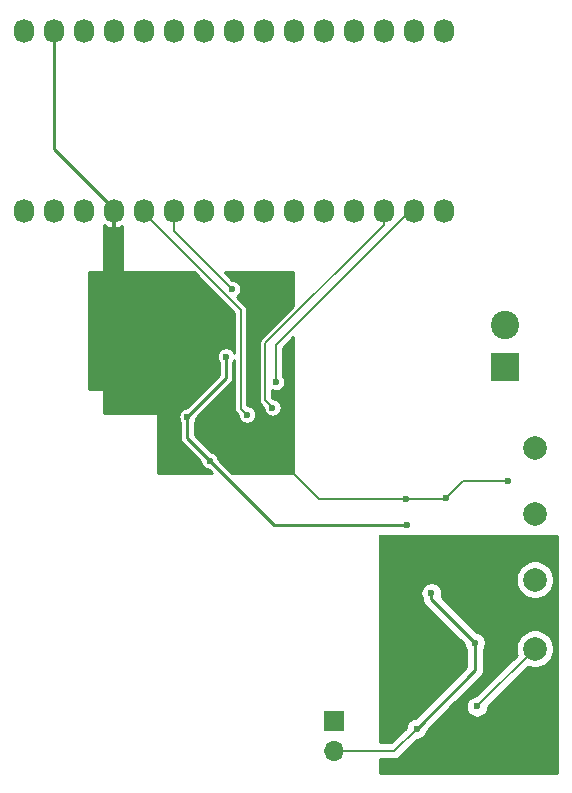
<source format=gbr>
G04 #@! TF.GenerationSoftware,KiCad,Pcbnew,(5.1.5-0-10_14)*
G04 #@! TF.CreationDate,2020-08-20T12:56:15-04:00*
G04 #@! TF.ProjectId,ESLO_PSP,45534c4f-5f50-4535-902e-6b696361645f,rev?*
G04 #@! TF.SameCoordinates,Original*
G04 #@! TF.FileFunction,Copper,L2,Bot*
G04 #@! TF.FilePolarity,Positive*
%FSLAX46Y46*%
G04 Gerber Fmt 4.6, Leading zero omitted, Abs format (unit mm)*
G04 Created by KiCad (PCBNEW (5.1.5-0-10_14)) date 2020-08-20 12:56:15*
%MOMM*%
%LPD*%
G04 APERTURE LIST*
%ADD10C,2.000000*%
%ADD11O,1.700000X1.700000*%
%ADD12R,1.700000X1.700000*%
%ADD13C,2.400000*%
%ADD14R,2.400000X2.400000*%
%ADD15O,1.727200X2.032000*%
%ADD16C,0.600000*%
%ADD17C,0.152400*%
%ADD18C,0.250000*%
%ADD19C,0.254000*%
G04 APERTURE END LIST*
D10*
X159512000Y-95504000D03*
X159512000Y-89662000D03*
X159512000Y-84074000D03*
X159512000Y-78486000D03*
D11*
X142494000Y-104140000D03*
D12*
X142494000Y-101600000D03*
D13*
X156972000Y-68128000D03*
D14*
X156972000Y-71628000D03*
D15*
X116247000Y-58454000D03*
X118787000Y-58454000D03*
X121327000Y-58454000D03*
X123867000Y-58454000D03*
X126407000Y-58454000D03*
X128947000Y-58454000D03*
X131487000Y-58454000D03*
X134027000Y-58454000D03*
X136567000Y-58454000D03*
X139107000Y-58454000D03*
X141647000Y-58454000D03*
X144187000Y-58454000D03*
X146727000Y-58454000D03*
X149267000Y-58454000D03*
X151807000Y-58454000D03*
X116247000Y-43214000D03*
X118787000Y-43214000D03*
X121327000Y-43214000D03*
X123867000Y-43214000D03*
X126407000Y-43214000D03*
X128947000Y-43214000D03*
X131487000Y-43214000D03*
X134027000Y-43214000D03*
X136567000Y-43214000D03*
X139107000Y-43214000D03*
X141647000Y-43214000D03*
X144187000Y-43214000D03*
X146727000Y-43214000D03*
X149267000Y-43214000D03*
X151807000Y-43214000D03*
D16*
X154620000Y-100396000D03*
X148590000Y-82804000D03*
X157226000Y-81280000D03*
X123444000Y-73152000D03*
X132486400Y-70662800D03*
X128778000Y-75641200D03*
X138430000Y-64262000D03*
X123444000Y-72136000D03*
X123444000Y-71120000D03*
X123444000Y-70104000D03*
X123444000Y-69088000D03*
X123444000Y-68072000D03*
X123444000Y-67056000D03*
X123444000Y-66040000D03*
X123444000Y-65024000D03*
X123444000Y-64008000D03*
X123444000Y-62992000D03*
X133883400Y-75869800D03*
X127000000Y-69596000D03*
X125476000Y-69596000D03*
X125476000Y-68072000D03*
X127000000Y-68072000D03*
X127000000Y-66548000D03*
X125476000Y-66548000D03*
X128524000Y-66548000D03*
X130048000Y-66548000D03*
X131572000Y-66548000D03*
X128016000Y-80264000D03*
X122047000Y-67437000D03*
X151976000Y-82738000D03*
X138684000Y-80264000D03*
X131419600Y-76657200D03*
X137299700Y-75082400D03*
X137617200Y-72936100D03*
X150749000Y-90805000D03*
X154432000Y-94996000D03*
X149504400Y-102260400D03*
X148685250Y-85058250D03*
X131978400Y-79578200D03*
X133350002Y-70764400D03*
X130098800Y-75844400D03*
X133883400Y-65036700D03*
X135128000Y-75679300D03*
X155448000Y-90932000D03*
X150876000Y-99568000D03*
X148336000Y-101092000D03*
X159258000Y-101600000D03*
X156362404Y-101650800D03*
X151993600Y-95910400D03*
X154432000Y-87020400D03*
X148640800Y-86410800D03*
X146558000Y-86106000D03*
D17*
X154620000Y-100396000D02*
X159512000Y-95504000D01*
D18*
X123867000Y-58301600D02*
X123867000Y-58454000D01*
X118787000Y-53221600D02*
X123867000Y-58301600D01*
X118787000Y-43214000D02*
X118787000Y-53221600D01*
D17*
X153434000Y-81280000D02*
X151976000Y-82738000D01*
X157226000Y-81280000D02*
X153434000Y-81280000D01*
X151910000Y-82804000D02*
X151976000Y-82738000D01*
X148590000Y-82804000D02*
X151910000Y-82804000D01*
X141224000Y-82804000D02*
X138684000Y-80264000D01*
X148590000Y-82804000D02*
X141224000Y-82804000D01*
X136702800Y-74485500D02*
X136999701Y-74782401D01*
X136702800Y-69646600D02*
X136702800Y-74485500D01*
X146727000Y-59622400D02*
X136702800Y-69646600D01*
X146727000Y-58454000D02*
X146727000Y-59622400D01*
X136999701Y-74782401D02*
X137299700Y-75082400D01*
X137617200Y-69799200D02*
X137617200Y-72936100D01*
X148962400Y-58454000D02*
X137617200Y-69799200D01*
X149267000Y-58454000D02*
X148962400Y-58454000D01*
D18*
X150749000Y-91313000D02*
X150749000Y-90805000D01*
X154432000Y-94996000D02*
X150749000Y-91313000D01*
X154432000Y-97332800D02*
X149504400Y-102260400D01*
X154432000Y-94996000D02*
X154432000Y-97332800D01*
D17*
X147624800Y-104140000D02*
X149504400Y-102260400D01*
X142494000Y-104140000D02*
X147624800Y-104140000D01*
D18*
X137458450Y-85058250D02*
X131978400Y-79578200D01*
X148685250Y-85058250D02*
X137458450Y-85058250D01*
X133350002Y-72593198D02*
X130398799Y-75544401D01*
X133350002Y-70764400D02*
X133350002Y-72593198D01*
X130098800Y-77698600D02*
X130098800Y-75844400D01*
X131978400Y-79578200D02*
X130098800Y-77698600D01*
X130398799Y-75544401D02*
X130098800Y-75844400D01*
D17*
X128947000Y-60100300D02*
X133883400Y-65036700D01*
X128947000Y-58454000D02*
X128947000Y-60100300D01*
X126407000Y-58606400D02*
X126407000Y-58454000D01*
X134620000Y-66819400D02*
X126407000Y-58606400D01*
X134620000Y-75171300D02*
X134620000Y-66819400D01*
X135128000Y-75679300D02*
X134620000Y-75171300D01*
D19*
G36*
X148593161Y-85993250D02*
G01*
X148777339Y-85993250D01*
X148848978Y-85979000D01*
X161367000Y-85979000D01*
X161367000Y-105995000D01*
X146431000Y-105995000D01*
X146431000Y-104851200D01*
X147589874Y-104851200D01*
X147624800Y-104854640D01*
X147659726Y-104851200D01*
X147659736Y-104851200D01*
X147764220Y-104840909D01*
X147898281Y-104800242D01*
X148021833Y-104734202D01*
X148130127Y-104645327D01*
X148152402Y-104618185D01*
X149575188Y-103195400D01*
X149596489Y-103195400D01*
X149777129Y-103159468D01*
X149947289Y-103088986D01*
X150100428Y-102986662D01*
X150230662Y-102856428D01*
X150332986Y-102703289D01*
X150403468Y-102533129D01*
X150427553Y-102412048D01*
X152535690Y-100303911D01*
X153685000Y-100303911D01*
X153685000Y-100488089D01*
X153720932Y-100668729D01*
X153791414Y-100838889D01*
X153893738Y-100992028D01*
X154023972Y-101122262D01*
X154177111Y-101224586D01*
X154347271Y-101295068D01*
X154527911Y-101331000D01*
X154712089Y-101331000D01*
X154892729Y-101295068D01*
X155062889Y-101224586D01*
X155216028Y-101122262D01*
X155346262Y-100992028D01*
X155448586Y-100838889D01*
X155519068Y-100668729D01*
X155555000Y-100488089D01*
X155555000Y-100466787D01*
X158971825Y-97049964D01*
X159035088Y-97076168D01*
X159350967Y-97139000D01*
X159673033Y-97139000D01*
X159988912Y-97076168D01*
X160286463Y-96952918D01*
X160554252Y-96773987D01*
X160781987Y-96546252D01*
X160960918Y-96278463D01*
X161084168Y-95980912D01*
X161147000Y-95665033D01*
X161147000Y-95342967D01*
X161084168Y-95027088D01*
X160960918Y-94729537D01*
X160781987Y-94461748D01*
X160554252Y-94234013D01*
X160286463Y-94055082D01*
X159988912Y-93931832D01*
X159673033Y-93869000D01*
X159350967Y-93869000D01*
X159035088Y-93931832D01*
X158737537Y-94055082D01*
X158469748Y-94234013D01*
X158242013Y-94461748D01*
X158063082Y-94729537D01*
X157939832Y-95027088D01*
X157877000Y-95342967D01*
X157877000Y-95665033D01*
X157939832Y-95980912D01*
X157966036Y-96044175D01*
X154549213Y-99461000D01*
X154527911Y-99461000D01*
X154347271Y-99496932D01*
X154177111Y-99567414D01*
X154023972Y-99669738D01*
X153893738Y-99799972D01*
X153791414Y-99953111D01*
X153720932Y-100123271D01*
X153685000Y-100303911D01*
X152535690Y-100303911D01*
X154943003Y-97896599D01*
X154972001Y-97872801D01*
X155066974Y-97757076D01*
X155137546Y-97625047D01*
X155181003Y-97481786D01*
X155192000Y-97370133D01*
X155192000Y-97370125D01*
X155195676Y-97332800D01*
X155192000Y-97295475D01*
X155192000Y-95541535D01*
X155260586Y-95438889D01*
X155331068Y-95268729D01*
X155367000Y-95088089D01*
X155367000Y-94903911D01*
X155331068Y-94723271D01*
X155260586Y-94553111D01*
X155158262Y-94399972D01*
X155028028Y-94269738D01*
X154874889Y-94167414D01*
X154704729Y-94096932D01*
X154583649Y-94072847D01*
X151630630Y-91119829D01*
X151648068Y-91077729D01*
X151684000Y-90897089D01*
X151684000Y-90712911D01*
X151648068Y-90532271D01*
X151577586Y-90362111D01*
X151475262Y-90208972D01*
X151345028Y-90078738D01*
X151191889Y-89976414D01*
X151021729Y-89905932D01*
X150841089Y-89870000D01*
X150656911Y-89870000D01*
X150476271Y-89905932D01*
X150306111Y-89976414D01*
X150152972Y-90078738D01*
X150022738Y-90208972D01*
X149920414Y-90362111D01*
X149849932Y-90532271D01*
X149814000Y-90712911D01*
X149814000Y-90897089D01*
X149849932Y-91077729D01*
X149920414Y-91247889D01*
X149989023Y-91350571D01*
X149999997Y-91461985D01*
X150021012Y-91531262D01*
X150043454Y-91605246D01*
X150114026Y-91737276D01*
X150116262Y-91740000D01*
X150208999Y-91853001D01*
X150238003Y-91876804D01*
X153508847Y-95147649D01*
X153532932Y-95268729D01*
X153603414Y-95438889D01*
X153672000Y-95541536D01*
X153672001Y-97017997D01*
X149352752Y-101337247D01*
X149231671Y-101361332D01*
X149061511Y-101431814D01*
X148908372Y-101534138D01*
X148778138Y-101664372D01*
X148675814Y-101817511D01*
X148605332Y-101987671D01*
X148569400Y-102168311D01*
X148569400Y-102189612D01*
X147330213Y-103428800D01*
X146431000Y-103428800D01*
X146431000Y-89500967D01*
X157877000Y-89500967D01*
X157877000Y-89823033D01*
X157939832Y-90138912D01*
X158063082Y-90436463D01*
X158242013Y-90704252D01*
X158469748Y-90931987D01*
X158737537Y-91110918D01*
X159035088Y-91234168D01*
X159350967Y-91297000D01*
X159673033Y-91297000D01*
X159988912Y-91234168D01*
X160286463Y-91110918D01*
X160554252Y-90931987D01*
X160781987Y-90704252D01*
X160960918Y-90436463D01*
X161084168Y-90138912D01*
X161147000Y-89823033D01*
X161147000Y-89500967D01*
X161084168Y-89185088D01*
X160960918Y-88887537D01*
X160781987Y-88619748D01*
X160554252Y-88392013D01*
X160286463Y-88213082D01*
X159988912Y-88089832D01*
X159673033Y-88027000D01*
X159350967Y-88027000D01*
X159035088Y-88089832D01*
X158737537Y-88213082D01*
X158469748Y-88392013D01*
X158242013Y-88619748D01*
X158063082Y-88887537D01*
X157939832Y-89185088D01*
X157877000Y-89500967D01*
X146431000Y-89500967D01*
X146431000Y-85979000D01*
X148521522Y-85979000D01*
X148593161Y-85993250D01*
G37*
X148593161Y-85993250D02*
X148777339Y-85993250D01*
X148848978Y-85979000D01*
X161367000Y-85979000D01*
X161367000Y-105995000D01*
X146431000Y-105995000D01*
X146431000Y-104851200D01*
X147589874Y-104851200D01*
X147624800Y-104854640D01*
X147659726Y-104851200D01*
X147659736Y-104851200D01*
X147764220Y-104840909D01*
X147898281Y-104800242D01*
X148021833Y-104734202D01*
X148130127Y-104645327D01*
X148152402Y-104618185D01*
X149575188Y-103195400D01*
X149596489Y-103195400D01*
X149777129Y-103159468D01*
X149947289Y-103088986D01*
X150100428Y-102986662D01*
X150230662Y-102856428D01*
X150332986Y-102703289D01*
X150403468Y-102533129D01*
X150427553Y-102412048D01*
X152535690Y-100303911D01*
X153685000Y-100303911D01*
X153685000Y-100488089D01*
X153720932Y-100668729D01*
X153791414Y-100838889D01*
X153893738Y-100992028D01*
X154023972Y-101122262D01*
X154177111Y-101224586D01*
X154347271Y-101295068D01*
X154527911Y-101331000D01*
X154712089Y-101331000D01*
X154892729Y-101295068D01*
X155062889Y-101224586D01*
X155216028Y-101122262D01*
X155346262Y-100992028D01*
X155448586Y-100838889D01*
X155519068Y-100668729D01*
X155555000Y-100488089D01*
X155555000Y-100466787D01*
X158971825Y-97049964D01*
X159035088Y-97076168D01*
X159350967Y-97139000D01*
X159673033Y-97139000D01*
X159988912Y-97076168D01*
X160286463Y-96952918D01*
X160554252Y-96773987D01*
X160781987Y-96546252D01*
X160960918Y-96278463D01*
X161084168Y-95980912D01*
X161147000Y-95665033D01*
X161147000Y-95342967D01*
X161084168Y-95027088D01*
X160960918Y-94729537D01*
X160781987Y-94461748D01*
X160554252Y-94234013D01*
X160286463Y-94055082D01*
X159988912Y-93931832D01*
X159673033Y-93869000D01*
X159350967Y-93869000D01*
X159035088Y-93931832D01*
X158737537Y-94055082D01*
X158469748Y-94234013D01*
X158242013Y-94461748D01*
X158063082Y-94729537D01*
X157939832Y-95027088D01*
X157877000Y-95342967D01*
X157877000Y-95665033D01*
X157939832Y-95980912D01*
X157966036Y-96044175D01*
X154549213Y-99461000D01*
X154527911Y-99461000D01*
X154347271Y-99496932D01*
X154177111Y-99567414D01*
X154023972Y-99669738D01*
X153893738Y-99799972D01*
X153791414Y-99953111D01*
X153720932Y-100123271D01*
X153685000Y-100303911D01*
X152535690Y-100303911D01*
X154943003Y-97896599D01*
X154972001Y-97872801D01*
X155066974Y-97757076D01*
X155137546Y-97625047D01*
X155181003Y-97481786D01*
X155192000Y-97370133D01*
X155192000Y-97370125D01*
X155195676Y-97332800D01*
X155192000Y-97295475D01*
X155192000Y-95541535D01*
X155260586Y-95438889D01*
X155331068Y-95268729D01*
X155367000Y-95088089D01*
X155367000Y-94903911D01*
X155331068Y-94723271D01*
X155260586Y-94553111D01*
X155158262Y-94399972D01*
X155028028Y-94269738D01*
X154874889Y-94167414D01*
X154704729Y-94096932D01*
X154583649Y-94072847D01*
X151630630Y-91119829D01*
X151648068Y-91077729D01*
X151684000Y-90897089D01*
X151684000Y-90712911D01*
X151648068Y-90532271D01*
X151577586Y-90362111D01*
X151475262Y-90208972D01*
X151345028Y-90078738D01*
X151191889Y-89976414D01*
X151021729Y-89905932D01*
X150841089Y-89870000D01*
X150656911Y-89870000D01*
X150476271Y-89905932D01*
X150306111Y-89976414D01*
X150152972Y-90078738D01*
X150022738Y-90208972D01*
X149920414Y-90362111D01*
X149849932Y-90532271D01*
X149814000Y-90712911D01*
X149814000Y-90897089D01*
X149849932Y-91077729D01*
X149920414Y-91247889D01*
X149989023Y-91350571D01*
X149999997Y-91461985D01*
X150021012Y-91531262D01*
X150043454Y-91605246D01*
X150114026Y-91737276D01*
X150116262Y-91740000D01*
X150208999Y-91853001D01*
X150238003Y-91876804D01*
X153508847Y-95147649D01*
X153532932Y-95268729D01*
X153603414Y-95438889D01*
X153672000Y-95541536D01*
X153672001Y-97017997D01*
X149352752Y-101337247D01*
X149231671Y-101361332D01*
X149061511Y-101431814D01*
X148908372Y-101534138D01*
X148778138Y-101664372D01*
X148675814Y-101817511D01*
X148605332Y-101987671D01*
X148569400Y-102168311D01*
X148569400Y-102189612D01*
X147330213Y-103428800D01*
X146431000Y-103428800D01*
X146431000Y-89500967D01*
X157877000Y-89500967D01*
X157877000Y-89823033D01*
X157939832Y-90138912D01*
X158063082Y-90436463D01*
X158242013Y-90704252D01*
X158469748Y-90931987D01*
X158737537Y-91110918D01*
X159035088Y-91234168D01*
X159350967Y-91297000D01*
X159673033Y-91297000D01*
X159988912Y-91234168D01*
X160286463Y-91110918D01*
X160554252Y-90931987D01*
X160781987Y-90704252D01*
X160960918Y-90436463D01*
X161084168Y-90138912D01*
X161147000Y-89823033D01*
X161147000Y-89500967D01*
X161084168Y-89185088D01*
X160960918Y-88887537D01*
X160781987Y-88619748D01*
X160554252Y-88392013D01*
X160286463Y-88213082D01*
X159988912Y-88089832D01*
X159673033Y-88027000D01*
X159350967Y-88027000D01*
X159035088Y-88089832D01*
X158737537Y-88213082D01*
X158469748Y-88392013D01*
X158242013Y-88619748D01*
X158063082Y-88887537D01*
X157939832Y-89185088D01*
X157877000Y-89500967D01*
X146431000Y-89500967D01*
X146431000Y-85979000D01*
X148521522Y-85979000D01*
X148593161Y-85993250D01*
G36*
X123915000Y-59826806D02*
G01*
X124123991Y-59922137D01*
X124335679Y-59863322D01*
X124571887Y-59747736D01*
X124587000Y-59736213D01*
X124587000Y-63500000D01*
X124589440Y-63524776D01*
X124596667Y-63548601D01*
X124608403Y-63570557D01*
X124624197Y-63589803D01*
X124643443Y-63605597D01*
X124665399Y-63617333D01*
X124689224Y-63624560D01*
X124714000Y-63627000D01*
X130645257Y-63627000D01*
X134066801Y-67048544D01*
X134066801Y-70464504D01*
X134038571Y-70396352D01*
X133953538Y-70269091D01*
X133845311Y-70160864D01*
X133718050Y-70075831D01*
X133576645Y-70017259D01*
X133426530Y-69987400D01*
X133273474Y-69987400D01*
X133123359Y-70017259D01*
X132981954Y-70075831D01*
X132854693Y-70160864D01*
X132746466Y-70269091D01*
X132661433Y-70396352D01*
X132602861Y-70537757D01*
X132573002Y-70687872D01*
X132573002Y-70840928D01*
X132602861Y-70991043D01*
X132661433Y-71132448D01*
X132746466Y-71259709D01*
X132748002Y-71261245D01*
X132748003Y-72343840D01*
X130024445Y-75067400D01*
X130022272Y-75067400D01*
X129872157Y-75097259D01*
X129730752Y-75155831D01*
X129603491Y-75240864D01*
X129495264Y-75349091D01*
X129410231Y-75476352D01*
X129351659Y-75617757D01*
X129321800Y-75767872D01*
X129321800Y-75920928D01*
X129351659Y-76071043D01*
X129410231Y-76212448D01*
X129495264Y-76339709D01*
X129496801Y-76341246D01*
X129496800Y-77669043D01*
X129493889Y-77698600D01*
X129496800Y-77728156D01*
X129496800Y-77728165D01*
X129505511Y-77816611D01*
X129539934Y-77930089D01*
X129595834Y-78034670D01*
X129671063Y-78126337D01*
X129694034Y-78145189D01*
X131201400Y-79652556D01*
X131201400Y-79654728D01*
X131231259Y-79804843D01*
X131289831Y-79946248D01*
X131374864Y-80073509D01*
X131483091Y-80181736D01*
X131610352Y-80266769D01*
X131751757Y-80325341D01*
X131901872Y-80355200D01*
X131904045Y-80355200D01*
X132193845Y-80645000D01*
X127635000Y-80645000D01*
X127635000Y-75692000D01*
X127632560Y-75667224D01*
X127625333Y-75643399D01*
X127613597Y-75621443D01*
X127597803Y-75602197D01*
X127578557Y-75586403D01*
X127556601Y-75574667D01*
X127532776Y-75567440D01*
X127508000Y-75565000D01*
X123063000Y-75565000D01*
X123063000Y-73660000D01*
X123060560Y-73635224D01*
X123053333Y-73611399D01*
X123041597Y-73589443D01*
X123025803Y-73570197D01*
X123006557Y-73554403D01*
X122984601Y-73542667D01*
X122960776Y-73535440D01*
X122936000Y-73533000D01*
X121793000Y-73533000D01*
X121793000Y-63627000D01*
X122936000Y-63627000D01*
X122960776Y-63624560D01*
X122984601Y-63617333D01*
X123006557Y-63605597D01*
X123025803Y-63589803D01*
X123041597Y-63570557D01*
X123053333Y-63548601D01*
X123060560Y-63524776D01*
X123063000Y-63500000D01*
X123063000Y-59672165D01*
X123162113Y-59747736D01*
X123398321Y-59863322D01*
X123610009Y-59922137D01*
X123819000Y-59826806D01*
X123819000Y-58547000D01*
X123915000Y-58547000D01*
X123915000Y-59826806D01*
G37*
X123915000Y-59826806D02*
X124123991Y-59922137D01*
X124335679Y-59863322D01*
X124571887Y-59747736D01*
X124587000Y-59736213D01*
X124587000Y-63500000D01*
X124589440Y-63524776D01*
X124596667Y-63548601D01*
X124608403Y-63570557D01*
X124624197Y-63589803D01*
X124643443Y-63605597D01*
X124665399Y-63617333D01*
X124689224Y-63624560D01*
X124714000Y-63627000D01*
X130645257Y-63627000D01*
X134066801Y-67048544D01*
X134066801Y-70464504D01*
X134038571Y-70396352D01*
X133953538Y-70269091D01*
X133845311Y-70160864D01*
X133718050Y-70075831D01*
X133576645Y-70017259D01*
X133426530Y-69987400D01*
X133273474Y-69987400D01*
X133123359Y-70017259D01*
X132981954Y-70075831D01*
X132854693Y-70160864D01*
X132746466Y-70269091D01*
X132661433Y-70396352D01*
X132602861Y-70537757D01*
X132573002Y-70687872D01*
X132573002Y-70840928D01*
X132602861Y-70991043D01*
X132661433Y-71132448D01*
X132746466Y-71259709D01*
X132748002Y-71261245D01*
X132748003Y-72343840D01*
X130024445Y-75067400D01*
X130022272Y-75067400D01*
X129872157Y-75097259D01*
X129730752Y-75155831D01*
X129603491Y-75240864D01*
X129495264Y-75349091D01*
X129410231Y-75476352D01*
X129351659Y-75617757D01*
X129321800Y-75767872D01*
X129321800Y-75920928D01*
X129351659Y-76071043D01*
X129410231Y-76212448D01*
X129495264Y-76339709D01*
X129496801Y-76341246D01*
X129496800Y-77669043D01*
X129493889Y-77698600D01*
X129496800Y-77728156D01*
X129496800Y-77728165D01*
X129505511Y-77816611D01*
X129539934Y-77930089D01*
X129595834Y-78034670D01*
X129671063Y-78126337D01*
X129694034Y-78145189D01*
X131201400Y-79652556D01*
X131201400Y-79654728D01*
X131231259Y-79804843D01*
X131289831Y-79946248D01*
X131374864Y-80073509D01*
X131483091Y-80181736D01*
X131610352Y-80266769D01*
X131751757Y-80325341D01*
X131901872Y-80355200D01*
X131904045Y-80355200D01*
X132193845Y-80645000D01*
X127635000Y-80645000D01*
X127635000Y-75692000D01*
X127632560Y-75667224D01*
X127625333Y-75643399D01*
X127613597Y-75621443D01*
X127597803Y-75602197D01*
X127578557Y-75586403D01*
X127556601Y-75574667D01*
X127532776Y-75567440D01*
X127508000Y-75565000D01*
X123063000Y-75565000D01*
X123063000Y-73660000D01*
X123060560Y-73635224D01*
X123053333Y-73611399D01*
X123041597Y-73589443D01*
X123025803Y-73570197D01*
X123006557Y-73554403D01*
X122984601Y-73542667D01*
X122960776Y-73535440D01*
X122936000Y-73533000D01*
X121793000Y-73533000D01*
X121793000Y-63627000D01*
X122936000Y-63627000D01*
X122960776Y-63624560D01*
X122984601Y-63617333D01*
X123006557Y-63605597D01*
X123025803Y-63589803D01*
X123041597Y-63570557D01*
X123053333Y-63548601D01*
X123060560Y-63524776D01*
X123063000Y-63500000D01*
X123063000Y-59672165D01*
X123162113Y-59747736D01*
X123398321Y-59863322D01*
X123610009Y-59922137D01*
X123819000Y-59826806D01*
X123819000Y-58547000D01*
X123915000Y-58547000D01*
X123915000Y-59826806D01*
G36*
X139065000Y-66502058D02*
G01*
X136330848Y-69236210D01*
X136309736Y-69253536D01*
X136240606Y-69337772D01*
X136189238Y-69433876D01*
X136157605Y-69538155D01*
X136152846Y-69586475D01*
X136146924Y-69646600D01*
X136149600Y-69673767D01*
X136149601Y-74458323D01*
X136146924Y-74485500D01*
X136157606Y-74593946D01*
X136181877Y-74673955D01*
X136189239Y-74698225D01*
X136240607Y-74794328D01*
X136309737Y-74878564D01*
X136330843Y-74895885D01*
X136522700Y-75087742D01*
X136522700Y-75158928D01*
X136552559Y-75309043D01*
X136611131Y-75450448D01*
X136696164Y-75577709D01*
X136804391Y-75685936D01*
X136931652Y-75770969D01*
X137073057Y-75829541D01*
X137223172Y-75859400D01*
X137376228Y-75859400D01*
X137526343Y-75829541D01*
X137667748Y-75770969D01*
X137795009Y-75685936D01*
X137903236Y-75577709D01*
X137988269Y-75450448D01*
X138046841Y-75309043D01*
X138076700Y-75158928D01*
X138076700Y-75005872D01*
X138046841Y-74855757D01*
X137988269Y-74714352D01*
X137903236Y-74587091D01*
X137795009Y-74478864D01*
X137667748Y-74393831D01*
X137526343Y-74335259D01*
X137376228Y-74305400D01*
X137305042Y-74305400D01*
X137256000Y-74256358D01*
X137256000Y-73627506D01*
X137390557Y-73683241D01*
X137540672Y-73713100D01*
X137693728Y-73713100D01*
X137843843Y-73683241D01*
X137985248Y-73624669D01*
X138112509Y-73539636D01*
X138220736Y-73431409D01*
X138305769Y-73304148D01*
X138364341Y-73162743D01*
X138394200Y-73012628D01*
X138394200Y-72859572D01*
X138364341Y-72709457D01*
X138305769Y-72568052D01*
X138220736Y-72440791D01*
X138170400Y-72390455D01*
X138170400Y-70028342D01*
X139065000Y-69133742D01*
X139065000Y-80645000D01*
X133896555Y-80645000D01*
X132755400Y-79503845D01*
X132755400Y-79501672D01*
X132725541Y-79351557D01*
X132666969Y-79210152D01*
X132581936Y-79082891D01*
X132473709Y-78974664D01*
X132346448Y-78889631D01*
X132205043Y-78831059D01*
X132054928Y-78801200D01*
X132052756Y-78801200D01*
X130700800Y-77449245D01*
X130700800Y-76341245D01*
X130702336Y-76339709D01*
X130787369Y-76212448D01*
X130845941Y-76071043D01*
X130875800Y-75920928D01*
X130875800Y-75918755D01*
X133754779Y-73039778D01*
X133777739Y-73020935D01*
X133796582Y-72997975D01*
X133796586Y-72997971D01*
X133852967Y-72929270D01*
X133908867Y-72824689D01*
X133908868Y-72824688D01*
X133943291Y-72711210D01*
X133952002Y-72622764D01*
X133952002Y-72622755D01*
X133954913Y-72593199D01*
X133952002Y-72563642D01*
X133952002Y-71261245D01*
X133953538Y-71259709D01*
X134038571Y-71132448D01*
X134066800Y-71064296D01*
X134066800Y-75144133D01*
X134064124Y-75171300D01*
X134066800Y-75198467D01*
X134066800Y-75198469D01*
X134074805Y-75279745D01*
X134106438Y-75384024D01*
X134157806Y-75480128D01*
X134226936Y-75564364D01*
X134248048Y-75581690D01*
X134351000Y-75684642D01*
X134351000Y-75755828D01*
X134380859Y-75905943D01*
X134439431Y-76047348D01*
X134524464Y-76174609D01*
X134632691Y-76282836D01*
X134759952Y-76367869D01*
X134901357Y-76426441D01*
X135051472Y-76456300D01*
X135204528Y-76456300D01*
X135354643Y-76426441D01*
X135496048Y-76367869D01*
X135623309Y-76282836D01*
X135731536Y-76174609D01*
X135816569Y-76047348D01*
X135875141Y-75905943D01*
X135905000Y-75755828D01*
X135905000Y-75602772D01*
X135875141Y-75452657D01*
X135816569Y-75311252D01*
X135731536Y-75183991D01*
X135623309Y-75075764D01*
X135496048Y-74990731D01*
X135354643Y-74932159D01*
X135204528Y-74902300D01*
X135173200Y-74902300D01*
X135173200Y-66846567D01*
X135175876Y-66819400D01*
X135173200Y-66792230D01*
X135165195Y-66710954D01*
X135133562Y-66606675D01*
X135082194Y-66510572D01*
X135013064Y-66426336D01*
X134991958Y-66409015D01*
X134285475Y-65702533D01*
X134378709Y-65640236D01*
X134486936Y-65532009D01*
X134571969Y-65404748D01*
X134630541Y-65263343D01*
X134660400Y-65113228D01*
X134660400Y-64960172D01*
X134630541Y-64810057D01*
X134571969Y-64668652D01*
X134486936Y-64541391D01*
X134378709Y-64433164D01*
X134251448Y-64348131D01*
X134110043Y-64289559D01*
X133959928Y-64259700D01*
X133888743Y-64259700D01*
X133256043Y-63627000D01*
X139065000Y-63627000D01*
X139065000Y-66502058D01*
G37*
X139065000Y-66502058D02*
X136330848Y-69236210D01*
X136309736Y-69253536D01*
X136240606Y-69337772D01*
X136189238Y-69433876D01*
X136157605Y-69538155D01*
X136152846Y-69586475D01*
X136146924Y-69646600D01*
X136149600Y-69673767D01*
X136149601Y-74458323D01*
X136146924Y-74485500D01*
X136157606Y-74593946D01*
X136181877Y-74673955D01*
X136189239Y-74698225D01*
X136240607Y-74794328D01*
X136309737Y-74878564D01*
X136330843Y-74895885D01*
X136522700Y-75087742D01*
X136522700Y-75158928D01*
X136552559Y-75309043D01*
X136611131Y-75450448D01*
X136696164Y-75577709D01*
X136804391Y-75685936D01*
X136931652Y-75770969D01*
X137073057Y-75829541D01*
X137223172Y-75859400D01*
X137376228Y-75859400D01*
X137526343Y-75829541D01*
X137667748Y-75770969D01*
X137795009Y-75685936D01*
X137903236Y-75577709D01*
X137988269Y-75450448D01*
X138046841Y-75309043D01*
X138076700Y-75158928D01*
X138076700Y-75005872D01*
X138046841Y-74855757D01*
X137988269Y-74714352D01*
X137903236Y-74587091D01*
X137795009Y-74478864D01*
X137667748Y-74393831D01*
X137526343Y-74335259D01*
X137376228Y-74305400D01*
X137305042Y-74305400D01*
X137256000Y-74256358D01*
X137256000Y-73627506D01*
X137390557Y-73683241D01*
X137540672Y-73713100D01*
X137693728Y-73713100D01*
X137843843Y-73683241D01*
X137985248Y-73624669D01*
X138112509Y-73539636D01*
X138220736Y-73431409D01*
X138305769Y-73304148D01*
X138364341Y-73162743D01*
X138394200Y-73012628D01*
X138394200Y-72859572D01*
X138364341Y-72709457D01*
X138305769Y-72568052D01*
X138220736Y-72440791D01*
X138170400Y-72390455D01*
X138170400Y-70028342D01*
X139065000Y-69133742D01*
X139065000Y-80645000D01*
X133896555Y-80645000D01*
X132755400Y-79503845D01*
X132755400Y-79501672D01*
X132725541Y-79351557D01*
X132666969Y-79210152D01*
X132581936Y-79082891D01*
X132473709Y-78974664D01*
X132346448Y-78889631D01*
X132205043Y-78831059D01*
X132054928Y-78801200D01*
X132052756Y-78801200D01*
X130700800Y-77449245D01*
X130700800Y-76341245D01*
X130702336Y-76339709D01*
X130787369Y-76212448D01*
X130845941Y-76071043D01*
X130875800Y-75920928D01*
X130875800Y-75918755D01*
X133754779Y-73039778D01*
X133777739Y-73020935D01*
X133796582Y-72997975D01*
X133796586Y-72997971D01*
X133852967Y-72929270D01*
X133908867Y-72824689D01*
X133908868Y-72824688D01*
X133943291Y-72711210D01*
X133952002Y-72622764D01*
X133952002Y-72622755D01*
X133954913Y-72593199D01*
X133952002Y-72563642D01*
X133952002Y-71261245D01*
X133953538Y-71259709D01*
X134038571Y-71132448D01*
X134066800Y-71064296D01*
X134066800Y-75144133D01*
X134064124Y-75171300D01*
X134066800Y-75198467D01*
X134066800Y-75198469D01*
X134074805Y-75279745D01*
X134106438Y-75384024D01*
X134157806Y-75480128D01*
X134226936Y-75564364D01*
X134248048Y-75581690D01*
X134351000Y-75684642D01*
X134351000Y-75755828D01*
X134380859Y-75905943D01*
X134439431Y-76047348D01*
X134524464Y-76174609D01*
X134632691Y-76282836D01*
X134759952Y-76367869D01*
X134901357Y-76426441D01*
X135051472Y-76456300D01*
X135204528Y-76456300D01*
X135354643Y-76426441D01*
X135496048Y-76367869D01*
X135623309Y-76282836D01*
X135731536Y-76174609D01*
X135816569Y-76047348D01*
X135875141Y-75905943D01*
X135905000Y-75755828D01*
X135905000Y-75602772D01*
X135875141Y-75452657D01*
X135816569Y-75311252D01*
X135731536Y-75183991D01*
X135623309Y-75075764D01*
X135496048Y-74990731D01*
X135354643Y-74932159D01*
X135204528Y-74902300D01*
X135173200Y-74902300D01*
X135173200Y-66846567D01*
X135175876Y-66819400D01*
X135173200Y-66792230D01*
X135165195Y-66710954D01*
X135133562Y-66606675D01*
X135082194Y-66510572D01*
X135013064Y-66426336D01*
X134991958Y-66409015D01*
X134285475Y-65702533D01*
X134378709Y-65640236D01*
X134486936Y-65532009D01*
X134571969Y-65404748D01*
X134630541Y-65263343D01*
X134660400Y-65113228D01*
X134660400Y-64960172D01*
X134630541Y-64810057D01*
X134571969Y-64668652D01*
X134486936Y-64541391D01*
X134378709Y-64433164D01*
X134251448Y-64348131D01*
X134110043Y-64289559D01*
X133959928Y-64259700D01*
X133888743Y-64259700D01*
X133256043Y-63627000D01*
X139065000Y-63627000D01*
X139065000Y-66502058D01*
M02*

</source>
